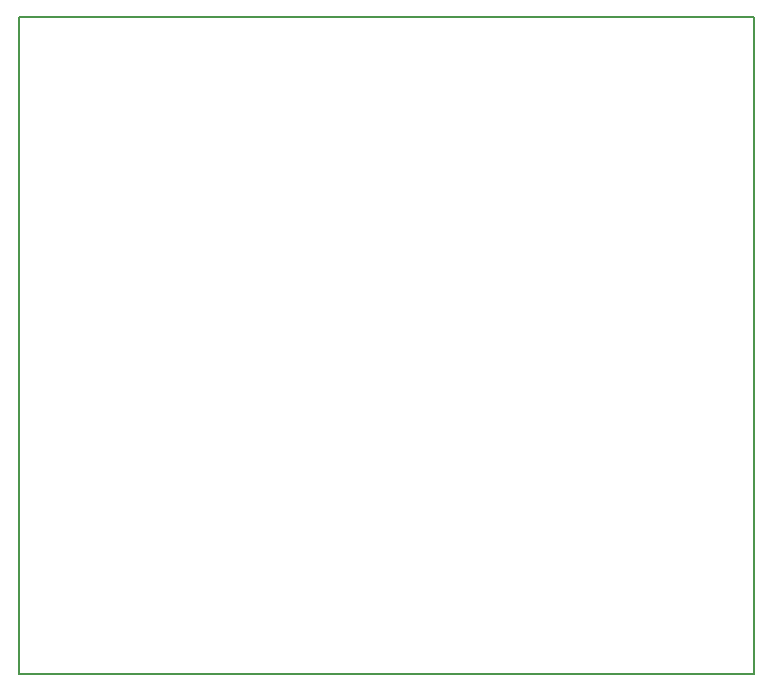
<source format=gko>
G04 ================== begin FILE IDENTIFICATION RECORD ==================*
G04 Layout Name:  BBB_CAPE_PCB_AN_V_1_1.brd*
G04 Film Name:    PHOTOPLOT_OUTLINE*
G04 File Format:  Gerber RS274X*
G04 File Origin:  Cadence Allegro 16.6-2015-S056*
G04 Origin Date:  Tue May 17 20:29:37 2016*
G04 *
G04 Layer:  MANUFACTURING/PHOTOPLOT_OUTLINE*
G04 *
G04 Offset:    (0.00 0.00)*
G04 Mirror:    No*
G04 Mode:      Positive*
G04 Rotation:  0*
G04 FullContactRelief:  No*
G04 UndefLineWidth:     5.00*
G04 ================== end FILE IDENTIFICATION RECORD ====================*
%FSLAX25Y25*MOIN*%
%IR0*IPPOS*OFA0.00000B0.00000*MIA0B0*SFA1.00000B1.00000*%
%ADD10C,.005*%
G75*
%LPD*%
G75*
G54D10*
G01X610000Y1810000D02*
Y1591100D01*
X855000D01*
Y1810000D01*
X610000D01*
G01D02*
Y1591100D01*
X855000D01*
Y1810000D01*
X610000D01*
M02*

</source>
